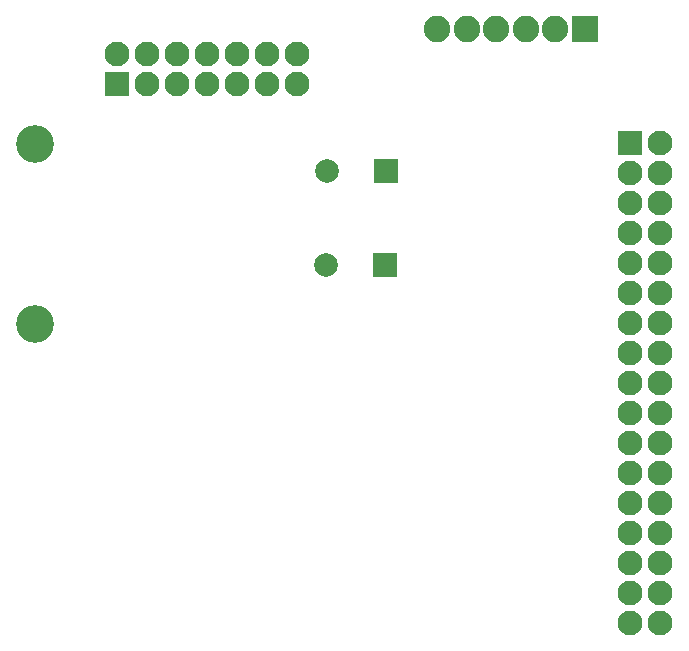
<source format=gbr>
G04 #@! TF.FileFunction,Soldermask,Bot*
%FSLAX46Y46*%
G04 Gerber Fmt 4.6, Leading zero omitted, Abs format (unit mm)*
G04 Created by KiCad (PCBNEW 4.0.6) date 12/15/17 09:21:46*
%MOMM*%
%LPD*%
G01*
G04 APERTURE LIST*
%ADD10C,0.100000*%
%ADD11R,2.100000X2.100000*%
%ADD12C,2.100000*%
%ADD13R,2.000000X2.000000*%
%ADD14C,2.000000*%
%ADD15R,2.250000X2.250000*%
%ADD16C,2.250000*%
%ADD17C,3.200000*%
%ADD18O,3.200000X3.200000*%
G04 APERTURE END LIST*
D10*
D11*
X240405920Y-72014080D03*
D12*
X242945920Y-72014080D03*
X240405920Y-74554080D03*
X242945920Y-74554080D03*
X240405920Y-77094080D03*
X242945920Y-77094080D03*
X240405920Y-79634080D03*
X242945920Y-79634080D03*
X240405920Y-82174080D03*
X242945920Y-82174080D03*
X240405920Y-84714080D03*
X242945920Y-84714080D03*
X240405920Y-87254080D03*
X242945920Y-87254080D03*
X240405920Y-89794080D03*
X242945920Y-89794080D03*
X240405920Y-92334080D03*
X242945920Y-92334080D03*
X240405920Y-94874080D03*
X242945920Y-94874080D03*
X240405920Y-97414080D03*
X242945920Y-97414080D03*
X240405920Y-99954080D03*
X242945920Y-99954080D03*
X240405920Y-102494080D03*
X242945920Y-102494080D03*
X240405920Y-105034080D03*
X242945920Y-105034080D03*
X240405920Y-107574080D03*
X242945920Y-107574080D03*
X240405920Y-110114080D03*
X242945920Y-110114080D03*
X240405920Y-112654080D03*
X242945920Y-112654080D03*
D13*
X219660480Y-82316320D03*
D14*
X214660480Y-82316320D03*
D13*
X219731600Y-74406760D03*
D14*
X214731600Y-74406760D03*
D15*
X236576240Y-62321440D03*
D16*
X234076240Y-62321440D03*
X231576240Y-62321440D03*
X229076240Y-62321440D03*
X226576240Y-62321440D03*
X224076240Y-62321440D03*
D11*
X196997320Y-67010280D03*
D12*
X196997320Y-64470280D03*
X199537320Y-67010280D03*
X199537320Y-64470280D03*
X202077320Y-67010280D03*
X202077320Y-64470280D03*
X204617320Y-67010280D03*
X204617320Y-64470280D03*
X207157320Y-67010280D03*
X207157320Y-64470280D03*
X209697320Y-67010280D03*
X209697320Y-64470280D03*
X212237320Y-67010280D03*
X212237320Y-64470280D03*
D17*
X190052960Y-72049640D03*
D18*
X190052960Y-87289640D03*
M02*

</source>
